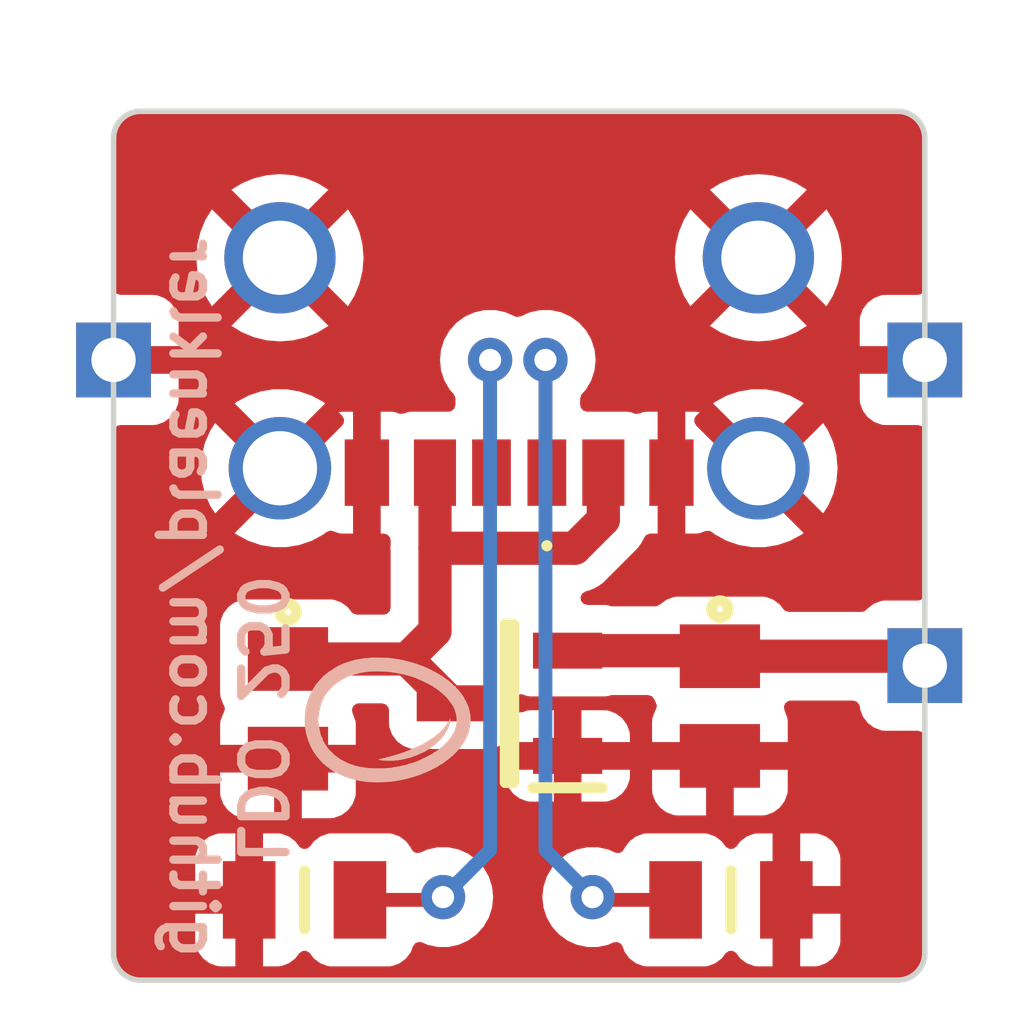
<source format=kicad_pcb>
(kicad_pcb (version 20221018) (generator pcbnew)
  (title_block (title "Egg_LDO_250") (date "2023-12-31") (rev "1.1.1") (company "github.com/plaenkler"))
  (layers (0 "F.Cu" signal) (31 "B.Cu" signal) (34 "B.Paste" user) (35 "F.Paste" user) (36 "B.SilkS" user "B.Silkscreen") (37 "F.SilkS" user "F.Silkscreen") (38 "B.Mask" user) (39 "F.Mask" user) (44 "Edge.Cuts" user))
  (net 0 "")
  (net 1 "+5V")
  (net 2 "GND")
  (net 3 "+3.3V")
  (net 4 "Net-(J3-CC1)")
  (net 5 "Net-(J3-CC2)")
  (footprint "SamacSys_Parts:RESC2012X60N" (layer "F.Cu") (at 144.805 106.74 180)
    (fp_text reference "R4" hide)
    (fp_text value "5.1k" hide)
    (fp_line (start 0 -0.525) (end 0 0.525) (stroke (width 0.2)) (layer "F.SilkS"))
    (pad "1" smd rect (at -1 0 180) (size 0.95 1.4) (layers "F.Cu" "F.Paste" "F.Mask") (net 5 "Net-(J3-CC2)"))
    (pad "2" smd rect (at 1 0 180) (size 0.95 1.4) (layers "F.Cu" "F.Paste" "F.Mask") (net 2 "GND"))
  )
  (footprint "Connector_PinSocket_2.00mm:PinSocket_1x01_P2.00mm_Vertical" (layer "F.Cu") (at 156.005 96.99)
    (fp_text reference "J2" hide)
    (fp_text value "Castellated Hole" hide)
    (pad "1" thru_hole rect (at 0 0) (size 1.35 1.35) (drill 0.8) (property pad_prop_castellated) (layers "*.Cu" "*.Mask") (net 2 "GND"))
  )
  (footprint "Connector_PinSocket_2.00mm:PinSocket_1x01_P2.00mm_Vertical" (layer "F.Cu") (at 141.355 96.99)
    (fp_text reference "J1" hide)
    (fp_text value "Castellated Hole" hide)
    (pad "1" thru_hole rect (at 0 0) (size 1.35 1.35) (drill 0.8) (property pad_prop_castellated) (layers "*.Cu" "*.Mask") (net 2 "GND"))
  )
  (footprint "Connector_PinSocket_2.00mm:PinSocket_1x01_P2.00mm_Vertical" (layer "F.Cu") (at 156.005 102.51 180)
    (fp_text reference "J4" hide)
    (fp_text value "Castellated Hole" hide)
    (pad "1" thru_hole rect (at 0 0 180) (size 1.35 1.35) (drill 0.8) (property pad_prop_castellated) (layers "*.Cu" "*.Mask") (net 3 "+3.3V"))
  )
  (footprint "SamacSys_Parts:C0805" (layer "F.Cu") (at 144.505 103.29 -90)
    (fp_text reference "C1" hide)
    (fp_text value "10 μF 10V Ceramic" hide)
    (fp_circle (center -1.75 0) (end -1.75 0.05) (stroke (width 0.2)) (fill none) (layer "F.SilkS"))
    (pad "1" smd rect (at -0.9 0 270) (size 1.15 1.45) (layers "F.Cu" "F.Paste" "F.Mask") (net 1 "+5V"))
    (pad "2" smd rect (at 0.9 0 270) (size 1.15 1.45) (layers "F.Cu" "F.Paste" "F.Mask") (net 2 "GND"))
  )
  (footprint "SamacSys_Parts:SOT95P237X112-3N" (layer "F.Cu") (at 148.505 103.19 180)
    (fp_text reference "IC1" hide)
    (fp_text value "MCP1700T-3302E_TT" hide)
    (fp_line (start -1.675 -1.525) (end -0.425 -1.525) (stroke (width 0.2)) (layer "F.SilkS"))
    (fp_line (start -0.075 -1.43) (end 0.075 -1.43) (stroke (width 0.2)) (layer "F.SilkS"))
    (fp_line (start -0.075 1.43) (end -0.075 -1.43) (stroke (width 0.2)) (layer "F.SilkS"))
    (fp_line (start 0.075 -1.43) (end 0.075 1.43) (stroke (width 0.2)) (layer "F.SilkS"))
    (fp_line (start 0.075 1.43) (end -0.075 1.43) (stroke (width 0.2)) (layer "F.SilkS"))
    (pad "1" smd rect (at -1.05 -0.95 270) (size 0.65 1.25) (layers "F.Cu" "F.Paste" "F.Mask") (net 2 "GND"))
    (pad "2" smd rect (at -1.05 0.95 270) (size 0.65 1.25) (layers "F.Cu" "F.Paste" "F.Mask") (net 3 "+3.3V"))
    (pad "3" smd rect (at 1.05 0 270) (size 0.65 1.25) (layers "F.Cu" "F.Paste" "F.Mask") (net 1 "+5V"))
  )
  (footprint "SamacSys_Parts:RESC2012X60N" (layer "F.Cu") (at 152.505 106.74)
    (fp_text reference "R3" hide)
    (fp_text value "5.1k" hide)
    (fp_line (start 0 -0.525) (end 0 0.525) (stroke (width 0.2)) (layer "F.SilkS"))
    (pad "1" smd rect (at -1 0) (size 0.95 1.4) (layers "F.Cu" "F.Paste" "F.Mask") (net 4 "Net-(J3-CC1)"))
    (pad "2" smd rect (at 1 0) (size 0.95 1.4) (layers "F.Cu" "F.Paste" "F.Mask") (net 2 "GND"))
  )
  (footprint "SamacSys_Parts:1016435900011LF" (layer "F.Cu") (at 148.68 95.995 180)
    (fp_text reference "J3" hide)
    (fp_text value "10164359-00011LF" hide)
    (fp_line (start -0.5 -4.4) (end -0.5 -4.4) (stroke (width 0.1)) (layer "F.SilkS"))
    (fp_line (start -0.5 -4.3) (end -0.5 -4.3) (stroke (width 0.1)) (layer "F.SilkS"))
    (fp_arc (start -0.5 -4.4) (mid -0.45 -4.35) (end -0.5 -4.3) (stroke (width 0.1)) (layer "F.SilkS"))
    (fp_arc (start -0.5 -4.3) (mid -0.55 -4.35) (end -0.5 -4.4) (stroke (width 0.1)) (layer "F.SilkS"))
    (pad "A5" smd rect (at -0.5 -3.03 180) (size 0.7 1.2) (layers "F.Cu" "F.Paste" "F.Mask") (net 4 "Net-(J3-CC1)"))
    (pad "A9" smd rect (at 1.52 -3.03 180) (size 0.76 1.2) (layers "F.Cu" "F.Paste" "F.Mask") (net 1 "+5V"))
    (pad "A12" smd rect (at 2.75 -3.03 180) (size 0.8 1.2) (layers "F.Cu" "F.Paste" "F.Mask") (net 2 "GND"))
    (pad "B5" smd rect (at 0.5 -3.03 180) (size 0.7 1.2) (layers "F.Cu" "F.Paste" "F.Mask") (net 5 "Net-(J3-CC2)"))
    (pad "B9" smd rect (at -1.52 -3.03 180) (size 0.76 1.2) (layers "F.Cu" "F.Paste" "F.Mask") (net 1 "+5V"))
    (pad "B12" smd rect (at -2.75 -3.03 180) (size 0.8 1.2) (layers "F.Cu" "F.Paste" "F.Mask") (net 2 "GND"))
    (pad "MH1" thru_hole circle (at -4.32 -2.95 180) (size 1.85 1.85) (drill 1.34) (layers "*.Cu" "*.Mask") (net 2 "GND"))
    (pad "MH2" thru_hole circle (at 4.32 -2.95 180) (size 1.85 1.85) (drill 1.34) (layers "*.Cu" "*.Mask") (net 2 "GND"))
    (pad "MH3" thru_hole circle (at -4.32 0.85 180) (size 2.01 2.01) (drill 1.34) (layers "*.Cu" "*.Mask") (net 2 "GND"))
    (pad "MH4" thru_hole circle (at 4.32 0.85 180) (size 2.01 2.01) (drill 1.34) (layers "*.Cu" "*.Mask") (net 2 "GND"))
  )
  (footprint "SamacSys_Parts:C0805" (layer "F.Cu") (at 152.305 103.24 -90)
    (fp_text reference "C2" hide)
    (fp_text value "10 μF 10V Ceramic" hide)
    (fp_circle (center -1.75 0) (end -1.75 0.05) (stroke (width 0.2)) (fill none) (layer "F.SilkS"))
    (pad "1" smd rect (at -0.9 0 270) (size 1.15 1.45) (layers "F.Cu" "F.Paste" "F.Mask") (net 3 "+3.3V"))
    (pad "2" smd rect (at 0.9 0 270) (size 1.15 1.45) (layers "F.Cu" "F.Paste" "F.Mask") (net 2 "GND"))
  )
  (footprint "plaenkler:egg_logo" (layer "B.Cu") (at 146.305 103.49 90)
    (fp_text reference "G1" hide)
    (fp_text value "LOGO" hide)
    (fp_poly (pts (xy 0.022246 1.131545) (xy 0.019234 1.126595) (xy 0.018821 1.126093) (xy 0.010368 1.119398) (xy 0.005833 1.119192) (xy -0.000445 1.118443) (xy -0.000988 1.117517) (xy -0.006775 1.112156) (xy -0.019904 1.102732) (xy -0.036003 1.092259) (xy -0.064316 1.073566) (xy -0.094742 1.051842) (xy -0.123424 1.029953) (xy -0.146504 1.010765) (xy -0.150353 1.007279) (xy -0.164944 0.99398) (xy -0.182112 0.978605) (xy -0.186355 0.974848) (xy -0.202256 0.959379) (xy -0.220171 0.939895) (xy -0.229593 0.928743) (xy -0.246823 0.908563) (xy -0.267281 0.886115) (xy -0.280597 0.872291) (xy -0.293379 0.858868) (xy -0.300449 0.850252) (xy -0.300424 0.848146) (xy -0.300024 0.848335) (xy -0.29662 0.849082) (xy -0.301524 0.84435) (xy -0.309837 0.835958) (xy -0.312025 0.831704) (xy -0.315176 0.825436) (xy -0.323767 0.811296) (xy -0.336506 0.791348) (xy -0.352101 0.767653) (xy -0.352963 0.766361) (xy -0.369145 0.741759) (xy -0.382983 0.72003) (xy -0.393013 0.70352) (xy -0.39777 0.694577) (xy -0.397778 0.694555) (xy -0.404084 0.6857) (xy -0.408198 0.684054) (xy -0.411957 0.680389) (xy -0.411033 0.678054) (xy -0.411972 0.672593) (xy -0.414679 0.672053) (xy -0.419091 0.669768) (xy -0.418147 0.668167) (xy -0.418612 0.661361) (xy -0.423604 0.64877) (xy -0.43096 0.634571) (xy -0.438512 0.622939) (xy -0.444096 0.61805) (xy -0.44414 0.618049) (xy -0.44785 0.613266) (xy -0.448161 0.610548) (xy -0.450667 0.602405) (xy -0.457381 0.585936) (xy -0.467252 0.5636) (xy -0.478196 0.540043) (xy -0.491476 0.511702) (xy -0.504027 0.484272) (xy -0.514229 0.461332) (xy -0.519443 0.449028) (xy -0.526854 0.433763) (xy -0.533486 0.425171) (xy -0.536339 0.424453) (xy -0.539098 0.423962) (xy -0.537893 0.42141) (xy -0.53759 0.412369) (xy -0.541304 0.398265) (xy -0.547271 0.384551) (xy -0.551922 0.37803) (xy -0.555018 0.369945) (xy -0.555053 0.369029) (xy -0.557164 0.3585) (xy -0.562447 0.342725) (xy -0.569363 0.325433) (xy -0.576368 0.310351) (xy -0.581921 0.301209) (xy -0.583586 0.300024) (xy -0.586268 0.296391) (xy -0.585541 0.294824) (xy -0.58615 0.287465) (xy -0.590139 0.271143) (xy -0.596864 0.248202) (xy -0.605679 0.220983) (xy -0.606582 0.218318) (xy -0.61917 0.18054) (xy -0.630814 0.144159) (xy -0.640889 0.111257) (xy -0.648771 0.083915) (xy -0.653836 0.064213) (xy -0.655427 0.055505) (xy -0.658388 0.048509) (xy -0.659766 0.048004) (xy -0.663201 0.043017) (xy -0.664064 0.037503) (xy -0.668506 0.003438) (xy -0.677241 -0.022588) (xy -0.677981 -0.024002) (xy -0.683472 -0.035281) (xy -0.684961 -0.04053) (xy -0.685284 -0.046794) (xy -0.687022 -0.055531) (xy -0.690011 -0.071755) (xy -0.692017 -0.087278) (xy -0.694568 -0.102467) (xy -0.697863 -0.11208) (xy -0.701369 -0.121933) (xy -0.704909 -0.137994) (xy -0.705549 -0.141811) (xy -0.708252 -0.158116) (xy -0.710522 -0.16519) (xy -0.713885 -0.165639) (xy -0.718063 -0.163186) (xy -0.722225 -0.155541) (xy -0.726864 -0.139397) (xy -0.731009 -0.118168) (xy -0.73119 -0.117009) (xy -0.733617 -0.095461) (xy -0.735557 -0.066945) (xy -0.736991 -0.033762) (xy -0.7379 0.001788) (xy -0.738264 0.037404) (xy -0.738064 0.070784) (xy -0.73728 0.099628) (xy -0.735894 0.121635) (xy -0.733885 0.134504) (xy -0.733317 0.135961) (xy -0.730541 0.150577) (xy -0.732058 0.159013) (xy -0.733727 0.172906) (xy -0.731897 0.180014) (xy -0.728608 0.190808) (xy -0.725187 0.208794) (xy -0.723359 0.222018) (xy -0.720352 0.240945) (xy -0.715066 0.26785) (xy -0.708257 0.299099) (xy -0.700933 0.330026) (xy -0.693819 0.359296) (xy -0.687789 0.385039) (xy -0.683437 0.404644) (xy -0.681362 0.415495) (xy -0.681301 0.416013) (xy -0.677615 0.427444) (xy -0.674631 0.431014) (xy -0.6697 0.439576) (xy -0.667404 0.449773) (xy -0.664543 0.462332) (xy -0.661404 0.467775) (xy -0.656543 0.476018) (xy -0.655514 0.480038) (xy -0.651802 0.493944) (xy -0.645074 0.512806) (xy -0.636568 0.533815) (xy -0.62752 0.55416) (xy -0.619167 0.57103) (xy -0.612746 0.581616) (xy -0.609888 0.583711) (xy -0.607178 0.584249) (xy -0.608709 0.587498) (xy -0.608532 0.597051) (xy -0.602706 0.606426) (xy -0.596301 0.614913) (xy -0.596193 0.618049) (xy -0.59548 0.622835) (xy -0.590151 0.635467) (xy -0.581518 0.653353) (xy -0.570892 0.673903) (xy -0.559582 0.694527) (xy -0.548899 0.712635) (xy -0.546099 0.717057) (xy -0.53334 0.737038) (xy -0.526281 0.748948) (xy -0.523912 0.754661) (xy -0.525067 0.75606) (xy -0.524604 0.759603) (xy -0.520778 0.764431) (xy -0.512257 0.770138) (xy -0.508392 0.769985) (xy -0.50511 0.771263) (xy -0.505391 0.772921) (xy -0.502981 0.780541) (xy -0.495148 0.794352) (xy -0.484014 0.81133) (xy -0.4717 0.828453) (xy -0.46033 0.842698) (xy -0.452024 0.851042) (xy -0.449829 0.852067) (xy -0.444532 0.856857) (xy -0.444035 0.860104) (xy -0.439929 0.868828) (xy -0.429608 0.881232) (xy -0.424534 0.886212) (xy -0.408806 0.901315) (xy -0.394444 0.915933) (xy -0.391893 0.918678) (xy -0.375146 0.936281) (xy -0.357608 0.953518) (xy -0.341457 0.968395) (xy -0.328873 0.97892) (xy -0.322032 0.983096) (xy -0.321599 0.983033) (xy -0.316157 0.985846) (xy -0.309107 0.994141) (xy -0.300607 1.002537) (xy -0.285429 1.014375) (xy -0.266256 1.027895) (xy -0.245775 1.04134) (xy -0.226668 1.052951) (xy -0.211622 1.060967) (xy -0.203321 1.063632) (xy -0.203098 1.063584) (xy -0.198203 1.066529) (xy -0.198016 1.068084) (xy -0.19471 1.072794) (xy -0.193515 1.072622) (xy -0.186106 1.074625) (xy -0.172766 1.08139) (xy -0.166623 1.085045) (xy -0.151864 1.092798) (xy -0.141085 1.095964) (xy -0.1388 1.095574) (xy -0.131071 1.096714) (xy -0.125955 1.101153) (xy -0.114919 1.108826) (xy -0.108774 1.110175) (xy -0.097162 1.112134) (xy -0.080144 1.116915) (xy -0.074666 1.118746) (xy -0.055092 1.124085) (xy -0.029989 1.129004) (xy -0.011661 1.131598) (xy 0.008828 1.13368) (xy 0.019454 1.133784)) (fill solid) (layer "B.SilkS"))
    (fp_poly (pts (xy 0.012958 1.500912) (xy 0.032912 1.499358) (xy 0.056114 1.497218) (xy 0.078816 1.494862) (xy 0.097268 1.492656) (xy 0.107723 1.49097) (xy 0.108008 1.490895) (xy 0.119555 1.488389) (xy 0.136782 1.485333) (xy 0.141011 1.484658) (xy 0.156858 1.48141) (xy 0.166853 1.477915) (xy 0.168013 1.477016) (xy 0.175824 1.473353) (xy 0.183014 1.472153) (xy 0.207537 1.468175) (xy 0.234995 1.460684) (xy 0.26114 1.451128) (xy 0.281722 1.440956) (xy 0.288509 1.43617) (xy 0.297781 1.431303) (xy 0.30201 1.4321) (xy 0.305589 1.431289) (xy 0.306024 1.428113) (xy 0.307973 1.422901) (xy 0.309534 1.423622) (xy 0.317153 1.424876) (xy 0.328623 1.421722) (xy 0.339272 1.416192) (xy 0.344425 1.410318) (xy 0.344093 1.4086) (xy 0.343923 1.405182) (xy 0.34801 1.407101) (xy 0.357804 1.407202) (xy 0.362439 1.402932) (xy 0.37018 1.394738) (xy 0.373466 1.39285) (xy 0.390778 1.385879) (xy 0.41473 1.372425) (xy 0.443107 1.354106) (xy 0.473692 1.332537) (xy 0.504269 1.309335) (xy 0.532621 1.286116) (xy 0.556533 1.264496) (xy 0.572376 1.2478) (xy 0.582016 1.237278) (xy 0.587538 1.233063) (xy 0.588046 1.233567) (xy 0.591741 1.233411) (xy 0.599809 1.227312) (xy 0.608148 1.217911) (xy 0.61031 1.212265) (xy 0.613754 1.206335) (xy 0.624014 1.194686) (xy 0.639006 1.179651) (xy 0.641822 1.176977) (xy 0.656802 1.162327) (xy 0.666859 1.151436) (xy 0.670212 1.146266) (xy 0.669897 1.146091) (xy 0.670911 1.142421) (xy 0.678757 1.133083) (xy 0.685126 1.126585) (xy 0.700129 1.110812) (xy 0.715129 1.093298) (xy 0.727817 1.076952) (xy 0.735879 1.064687) (xy 0.737526 1.060584) (xy 0.741758 1.053448) (xy 0.750059 1.044082) (xy 0.758947 1.032358) (xy 0.76206 1.023485) (xy 0.767054 1.014906) (xy 0.773939 1.011119) (xy 0.783084 1.0064) (xy 0.784809 1.003214) (xy 0.787074 0.996063) (xy 0.793968 0.98267) (xy 0.798422 0.975077) (xy 0.806796 0.959969) (xy 0.8113 0.949129) (xy 0.811554 0.946575) (xy 0.814492 0.942219) (xy 0.81591 0.942074) (xy 0.822446 0.937339) (xy 0.829728 0.926354) (xy 0.835241 0.913952) (xy 0.836468 0.904964) (xy 0.835826 0.903832) (xy 0.836538 0.900317) (xy 0.838615 0.900071) (xy 0.844992 0.895086) (xy 0.853944 0.882477) (xy 0.863592 0.865765) (xy 0.872054 0.848467) (xy 0.877453 0.834106) (xy 0.878 0.826335) (xy 0.878052 0.822964) (xy 0.880343 0.823999) (xy 0.884839 0.820229) (xy 0.89299 0.807264) (xy 0.903915 0.787016) (xy 0.916731 0.761399) (xy 0.930555 0.732325) (xy 0.944505 0.70171) (xy 0.957698 0.671465) (xy 0.969252 0.643505) (xy 0.978283 0.619742) (xy 0.983909 0.602091) (xy 0.98503 0.597047) (xy 0.988246 0.585788) (xy 0.990527 0.582046) (xy 0.993536 0.575643) (xy 0.999252 0.560631) (xy 1.006704 0.539823) (xy 1.014926 0.516035) (xy 1.022948 0.492081) (xy 1.029802 0.470777) (xy 1.03452 0.454936) (xy 1.035333 0.451836) (xy 1.037804 0.442205) (xy 1.042671 0.423497) (xy 1.049274 0.39824) (xy 1.056953 0.368961) (xy 1.058512 0.363029) (xy 1.066488 0.332093) (xy 1.073573 0.303521) (xy 1.079058 0.280257) (xy 1.08223 0.265244) (xy 1.082441 0.264021) (xy 1.085739 0.244838) (xy 1.088878 0.228089) (xy 1.088892 0.228018) (xy 1.097109 0.185879) (xy 1.102883 0.152885) (xy 1.10665 0.12653) (xy 1.106713 0.12601) (xy 1.109582 0.102594) (xy 1.112514 0.079123) (xy 1.113037 0.075006) (xy 1.115862 0.052828) (xy 1.118951 0.028576) (xy 1.119534 0.024002) (xy 1.120927 0.007954) (xy 1.122215 -0.016384) (xy 1.123374 -0.047177) (xy 1.12438 -0.08259) (xy 1.125209 -0.120788) (xy 1.125836 -0.159937) (xy 1.126237 -0.198202) (xy 1.126389 -0.233749) (xy 1.126267 -0.264742) (xy 1.125847 -0.289347) (xy 1.125105 -0.30573) (xy 1.124018 -0.312055) (xy 1.123946 -0.312075) (xy 1.12163 -0.317633) (xy 1.119704 -0.33239) (xy 1.118488 -0.353543) (xy 1.118294 -0.361579) (xy 1.116718 -0.391424) (xy 1.113245 -0.426513) (xy 1.108547 -0.460365) (xy 1.107231 -0.468037) (xy 1.102352 -0.495503) (xy 1.09796 -0.520894) (xy 1.094736 -0.540253) (xy 1.093833 -0.546043) (xy 1.090417 -0.563784) (xy 1.084796 -0.587515) (xy 1.077675 -0.614788) (xy 1.069763 -0.643158) (xy 1.061765 -0.670176) (xy 1.05439 -0.693398) (xy 1.048345 -0.710375) (xy 1.044336 -0.718663) (xy 1.043822 -0.719069) (xy 1.040486 -0.72463) (xy 1.041129 -0.726133) (xy 1.040828 -0.734104) (xy 1.036726 -0.74922) (xy 1.032253 -0.761623) (xy 1.026411 -0.778299) (xy 1.023922 -0.789394) (xy 1.024668 -0.792154) (xy 1.025153 -0.794835) (xy 1.02308 -0.796654) (xy 1.014276 -0.806563) (xy 1.007271 -0.819799) (xy 1.004501 -0.83122) (xy 1.00523 -0.834309) (xy 1.004861 -0.839675) (xy 1.00302 -0.840066) (xy 0.997385 -0.84514) (xy 0.9912 -0.857556) (xy 0.990469 -0.859567) (xy 0.983127 -0.876688) (xy 0.971356 -0.899883) (xy 0.956873 -0.926186) (xy 0.941398 -0.952635) (xy 0.926648 -0.976263) (xy 0.914341 -0.994106) (xy 0.90827 -1.001397) (xy 0.89848 -1.013538) (xy 0.894088 -1.02347) (xy 0.89407 -1.023899) (xy 0.890349 -1.031341) (xy 0.887716 -1.032081) (xy 0.884144 -1.035763) (xy 0.885096 -1.038124) (xy 0.883867 -1.045036) (xy 0.879828 -1.047621) (xy 0.873559 -1.054632) (xy 0.873881 -1.059038) (xy 0.871517 -1.066908) (xy 0.864415 -1.070974) (xy 0.855696 -1.075826) (xy 0.854736 -1.07955) (xy 0.852354 -1.085852) (xy 0.843439 -1.098227) (xy 0.829835 -1.114155) (xy 0.827821 -1.116351) (xy 0.813344 -1.132468) (xy 0.802758 -1.145114) (xy 0.798121 -1.151816) (xy 0.798063 -1.152104) (xy 0.794002 -1.159255) (xy 0.783937 -1.169926) (xy 0.771037 -1.181395) (xy 0.758476 -1.190941) (xy 0.749425 -1.195845) (xy 0.747219 -1.195716) (xy 0.7448 -1.19525) (xy 0.746035 -1.197922) (xy 0.743839 -1.205127) (xy 0.733858 -1.216842) (xy 0.721495 -1.227914) (xy 0.699311 -1.245993) (xy 0.684234 -1.258327) (xy 0.67406 -1.266742) (xy 0.666585 -1.273064) (xy 0.659605 -1.27912) (xy 0.658046 -1.280484) (xy 0.644555 -1.291093) (xy 0.625736 -1.304347) (xy 0.603958 -1.318765) (xy 0.581595 -1.332868) (xy 0.561016 -1.345175) (xy 0.544592 -1.354205) (xy 0.534696 -1.358477) (xy 0.533083 -1.358514) (xy 0.528378 -1.35991) (xy 0.528041 -1.362107) (xy 0.524386 -1.36602) (xy 0.522041 -1.365107) (xy 0.516485 -1.364971) (xy 0.51604 -1.36669) (xy 0.510981 -1.371751) (xy 0.49774 -1.37996) (xy 0.479225 -1.389874) (xy 0.458341 -1.40005) (xy 0.437996 -1.409044) (xy 0.421097 -1.415415) (xy 0.414032 -1.417336) (xy 0.404127 -1.421064) (xy 0.402031 -1.422761) (xy 0.394721 -1.426564) (xy 0.378636 -1.432575) (xy 0.356606 -1.439933) (xy 0.331457 -1.447773) (xy 0.306018 -1.455232) (xy 0.283116 -1.461448) (xy 0.265578 -1.465558) (xy 0.25802 -1.466718) (xy 0.245041 -1.470166) (xy 0.241937 -1.471803) (xy 0.227706 -1.477074) (xy 0.203406 -1.481931) (xy 0.170968 -1.48626) (xy 0.13232 -1.489946) (xy 0.089392 -1.492874) (xy 0.044113 -1.49493) (xy -0.001587 -1.496001) (xy -0.04578 -1.495971) (xy -0.086536 -1.494727) (xy -0.114009 -1.4929) (xy -0.139782 -1.490351) (xy -0.161587 -1.487622) (xy -0.176252 -1.485139) (xy -0.180014 -1.48408) (xy -0.191032 -1.481306) (xy -0.194373 -1.48145) (xy -0.206585 -1.481064) (xy -0.227953 -1.477108) (xy -0.256385 -1.470189) (xy -0.289788 -1.460918) (xy -0.326069 -1.449902) (xy -0.363135 -1.437751) (xy -0.398894 -1.425075) (xy -0.43097 -1.412597) (xy -0.458803 -1.400293) (xy -0.489275 -1.385413) (xy -0.520672 -1.368961) (xy -0.551278 -1.351944) (xy -0.579378 -1.335368) (xy -0.603258 -1.320239) (xy -0.621202 -1.307563) (xy -0.631495 -1.298346) (xy -0.633024 -1.294075) (xy -0.633101 -1.292399) (xy -0.633873 -1.292924) (xy -0.641669 -1.291555) (xy -0.656344 -1.282183) (xy -0.676692 -1.265678) (xy -0.695535 -1.248588) (xy -0.710091 -1.235512) (xy -0.721272 -1.226627) (xy -0.725869 -1.224096) (xy -0.733247 -1.22009) (xy -0.741552 -1.211185) (xy -0.746972 -1.202054) (xy -0.747072 -1.198107) (xy -0.74725 -1.196569) (xy -0.748194 -1.197229) (xy -0.753928 -1.194901) (xy -0.764967 -1.186495) (xy -0.778403 -1.174684) (xy -0.791328 -1.16214) (xy -0.800835 -1.151537) (xy -0.804064 -1.14588) (xy -0.807824 -1.139895) (xy -0.817664 -1.127841) (xy -0.830889 -1.11295) (xy -0.844153 -1.097871) (xy -0.851038 -1.089085) (xy -0.50404 -1.089085) (xy -0.50104 -1.092086) (xy -0.498039 -1.089085) (xy -0.50104 -1.086085) (xy -0.50404 -1.089085) (xy -0.851038 -1.089085) (xy -0.853007 -1.086572) (xy -0.855527 -1.081545) (xy -0.857569 -1.076164) (xy -0.865496 -1.066073) (xy -0.866205 -1.065291) (xy -0.882179 -1.047178) (xy -0.890961 -1.035355) (xy -0.894016 -1.027802) (xy -0.894071 -1.026834) (xy -0.898346 -1.019456) (xy -0.899122 -1.01908) (xy -0.906035 -1.012228) (xy -0.916715 -0.996698) (xy -0.93015 -0.974454) (xy -0.94533 -0.94746) (xy -0.961244 -0.917682) (xy -0.976882 -0.887082) (xy -0.991232 -0.857626) (xy -1.003286 -0.831278) (xy -1.012031 -0.810002) (xy -1.016457 -0.795763) (xy -1.016448 -0.791038) (xy -1.017801 -0.786342) (xy -1.019726 -0.786062) (xy -1.025151 -0.782856) (xy -1.025154 -0.781561) (xy -1.026814 -0.773707) (xy -1.032087 -0.759547) (xy -1.034346 -0.754295) (xy -1.039891 -0.738785) (xy -1.041458 -0.727678) (xy -1.040919 -0.725793) (xy -1.041192 -0.720437) (xy -1.042949 -0.720056) (xy -1.047162 -0.714856) (xy -1.053 -0.701696) (xy -1.059093 -0.684239) (xy -1.064074 -0.666148) (xy -1.065357 -0.660052) (xy -1.067868 -0.649804) (xy -1.072464 -0.633031) (xy -1.077734 -0.61468) (xy -1.082267 -0.599699) (xy -1.084175 -0.594047) (xy -1.087828 -0.580774) (xy -1.089487 -0.571386) (xy -1.091686 -0.557614) (xy -1.09526 -0.537786) (xy -1.097444 -0.526382) (xy -1.109912 -0.454465) (xy -1.118827 -0.382825) (xy -1.124485 -0.30805) (xy -1.127182 -0.22673) (xy -1.127513 -0.180571) (xy -1.126752 -0.141355) (xy -0.87395 -0.141355) (xy -0.873739 -0.179232) (xy -0.873318 -0.217985) (xy -0.872704 -0.255762) (xy -0.871916 -0.29071) (xy -0.870975 -0.320975) (xy -0.869899 -0.344704) (xy -0.868707 -0.360043) (xy -0.867725 -0.364966) (xy -0.864829 -0.374573) (xy -0.862031 -0.391759) (xy -0.860565 -0.405703) (xy -0.858031 -0.426375) (xy -0.854518 -0.443266) (xy -0.852137 -0.449906) (xy -0.849021 -0.460093) (xy -0.85002 -0.463989) (xy -0.850871 -0.471668) (xy -0.848856 -0.478279) (xy -0.845405 -0.48958) (xy -0.845242 -0.493922) (xy -0.844469 -0.502312) (xy -0.841232 -0.517453) (xy -0.839668 -0.523519) (xy -0.835025 -0.54221) (xy -0.831785 -0.557841) (xy -0.831349 -0.560639) (xy -0.827851 -0.575451) (xy -0.822831 -0.59005) (xy -0.818976 -0.603764) (xy -0.819376 -0.612551) (xy -0.819011 -0.617733) (xy -0.817425 -0.618048) (xy -0.81257 -0.62316) (xy -0.807086 -0.63535) (xy -0.802554 -0.649899) (xy -0.800552 -0.662089) (xy -0.801255 -0.666362) (xy -0.799557 -0.673181) (xy -0.794997 -0.678108) (xy -0.787433 -0.687832) (xy -0.786062 -0.692867) (xy -0.783608 -0.703131) (xy -0.777703 -0.717548) (xy -0.777662 -0.717634) (xy -0.770395 -0.73285) (xy -0.760621 -0.753495) (xy -0.753763 -0.76806) (xy -0.743134 -0.789431) (xy -0.732356 -0.809132) (xy -0.726502 -0.81869) (xy -0.719444 -0.831663) (xy -0.717478 -0.840487) (xy -0.717752 -0.841192) (xy -0.716107 -0.845654) (xy -0.713411 -0.846066) (xy -0.708854 -0.84822) (xy -0.709695 -0.849705) (xy -0.708769 -0.856133) (xy -0.701819 -0.865704) (xy -0.691392 -0.878273) (xy -0.678647 -0.895419) (xy -0.673678 -0.902568) (xy -0.661534 -0.919698) (xy -0.650314 -0.934297) (xy -0.646759 -0.938482) (xy -0.640097 -0.948806) (xy -0.639612 -0.954984) (xy -0.637977 -0.959945) (xy -0.634904 -0.960722) (xy -0.627766 -0.965172) (xy -0.614713 -0.976673) (xy -0.597813 -0.993315) (xy -0.584592 -1.007226) (xy -0.566418 -1.026581) (xy -0.550982 -1.042517) (xy -0.540258 -1.053023) (xy -0.536588 -1.056083) (xy -0.532456 -1.062722) (xy -0.532691 -1.064029) (xy -0.530728 -1.066529) (xy -0.529122 -1.065751) (xy -0.522085 -1.067574) (xy -0.509941 -1.075806) (xy -0.502132 -1.082468) (xy -0.489065 -1.093378) (xy -0.479783 -1.099178) (xy -0.47734 -1.099389) (xy -0.47308 -1.101351) (xy -0.47055 -1.106194) (xy -0.464888 -1.112914) (xy -0.461366 -1.112673) (xy -0.455021 -1.114308) (xy -0.452365 -1.118673) (xy -0.44689 -1.125168) (xy -0.443775 -1.124928) (xy -0.437218 -1.126782) (xy -0.432586 -1.132463) (xy -0.427643 -1.138949) (xy -0.426216 -1.138205) (xy -0.421823 -1.137551) (xy -0.411316 -1.141895) (xy -0.398272 -1.149158) (xy -0.386272 -1.157264) (xy -0.378892 -1.164132) (xy -0.37803 -1.166196) (xy -0.3754 -1.169188) (xy -0.374268 -1.16833) (xy -0.366804 -1.167918) (xy -0.353337 -1.171785) (xy -0.350755 -1.172819) (xy -0.336815 -1.177399) (xy -0.328137 -1.177966) (xy -0.327515 -1.177582) (xy -0.324292 -1.178683) (xy -0.324026 -1.181093) (xy -0.320486 -1.187704) (xy -0.318758 -1.188093) (xy -0.310352 -1.190293) (xy -0.295719 -1.195792) (xy -0.290256 -1.19808) (xy -0.273478 -1.204708) (xy -0.260352 -1.2089) (xy -0.258021 -1.20938) (xy -0.248346 -1.211362) (xy -0.230321 -1.215515) (xy -0.207233 -1.221073) (xy -0.198016 -1.223345) (xy -0.166601 -1.230094) (xy -0.131867 -1.235963) (xy -0.100965 -1.239756) (xy -0.099008 -1.239923) (xy -0.075005 -1.242221) (xy -0.0548 -1.24476) (xy -0.04209 -1.247063) (xy -0.040714 -1.247473) (xy -0.028349 -1.249711) (xy -0.009848 -1.250841) (xy 0.010785 -1.250905) (xy 0.02955 -1.249941) (xy 0.042443 -1.247992) (xy 0.045506 -1.246595) (xy 0.053863 -1.243788) (xy 0.06931 -1.242218) (xy 0.07522 -1.242098) (xy 0.093943 -1.241037) (xy 0.118198 -1.238219) (xy 0.144881 -1.234186) (xy 0.170892 -1.229482) (xy 0.193129 -1.22465) (xy 0.208489 -1.220235) (xy 0.213236 -1.217913) (xy 0.221095 -1.214528) (xy 0.223237 -1.215315) (xy 0.230345 -1.215457) (xy 0.24321 -1.211495) (xy 0.243687 -1.211301) (xy 0.258306 -1.206583) (xy 0.268521 -1.205395) (xy 0.27544 -1.203459) (xy 0.276021 -1.201634) (xy 0.281081 -1.197213) (xy 0.288197 -1.19573) (xy 0.300072 -1.192804) (xy 0.31824 -1.186177) (xy 0.333839 -1.179492) (xy 0.352295 -1.171916) (xy 0.36653 -1.167668) (xy 0.372667 -1.167486) (xy 0.377726 -1.166441) (xy 0.37803 -1.164567) (xy 0.382914 -1.158318) (xy 0.39524 -1.14981) (xy 0.402031 -1.14609) (xy 0.416268 -1.139665) (xy 0.424871 -1.137397) (xy 0.426033 -1.138114) (xy 0.428993 -1.137386) (xy 0.434843 -1.130736) (xy 0.441486 -1.123457) (xy 0.443844 -1.123302) (xy 0.447752 -1.122512) (xy 0.457192 -1.115254) (xy 0.459976 -1.112741) (xy 0.470906 -1.103625) (xy 0.477551 -1.099967) (xy 0.478073 -1.100122) (xy 0.483652 -1.097723) (xy 0.49602 -1.088185) (xy 0.513611 -1.072986) (xy 0.534862 -1.053602) (xy 0.558207 -1.031512) (xy 0.582081 -1.008191) (xy 0.604919 -0.985118) (xy 0.625156 -0.96377) (xy 0.639151 -0.948074) (xy 0.65527 -0.928054) (xy 0.668482 -0.909489) (xy 0.677114 -0.894918) (xy 0.679509 -0.886935) (xy 0.683369 -0.882088) (xy 0.690263 -0.879003) (xy 0.69858 -0.874073) (xy 0.699224 -0.870342) (xy 0.700273 -0.862591) (xy 0.706823 -0.851272) (xy 0.716071 -0.837434) (xy 0.726199 -0.820125) (xy 0.735707 -0.80226) (xy 0.743098 -0.786754) (xy 0.746871 -0.776523) (xy 0.746515 -0.774061) (xy 0.747317 -0.770767) (xy 0.755191 -0.762814) (xy 0.755535 -0.762514) (xy 0.764939 -0.753208) (xy 0.768454 -0.747513) (xy 0.769624 -0.729373) (xy 0.777275 -0.717699) (xy 0.784574 -0.709016) (xy 0.786276 -0.70527) (xy 0.78712 -0.688293) (xy 0.793495 -0.677052) (xy 0.793562 -0.676982) (xy 0.800136 -0.66714) (xy 0.801248 -0.663052) (xy 0.803085 -0.650078) (xy 0.806993 -0.635181) (xy 0.811541 -0.622969) (xy 0.815232 -0.618048) (xy 0.818782 -0.612878) (xy 0.820744 -0.602375) (xy 0.823081 -0.587856) (xy 0.8277 -0.567306) (xy 0.831484 -0.552871) (xy 0.836717 -0.533237) (xy 0.840386 -0.517806) (xy 0.841496 -0.51154) (xy 0.844268 -0.504545) (xy 0.845566 -0.504039) (xy 0.848255 -0.498847) (xy 0.849528 -0.487538) (xy 0.85128 -0.46884) (xy 0.854041 -0.453035) (xy 0.857203 -0.435992) (xy 0.860436 -0.414079) (xy 0.861559 -0.405032) (xy 0.8647 -0.379634) (xy 0.868375 -0.352292) (xy 0.869528 -0.34423) (xy 0.872022 -0.319206) (xy 0.873811 -0.284796) (xy 0.874895 -0.243594) (xy 0.875274 -0.198194) (xy 0.874949 -0.151189) (xy 0.873919 -0.105175) (xy 0.872184 -0.062746) (xy 0.869745 -0.026494) (xy 0.869525 -0.024002) (xy 0.866801 0.006705) (xy 0.864482 0.033707) (xy 0.862783 0.054442) (xy 0.861919 0.066344) (xy 0.861863 0.067506) (xy 0.859149 0.076425) (xy 0.856427 0.078006) (xy 0.853995 0.081731) (xy 0.854935 0.083793) (xy 0.855359 0.091563) (xy 0.853974 0.107978) (xy 0.851247 0.129896) (xy 0.847643 0.154178) (xy 0.843631 0.177685) (xy 0.839676 0.197278) (xy 0.836246 0.209815) (xy 0.836169 0.210017) (xy 0.832922 0.222433) (xy 0.830557 0.237019) (xy 0.828684 0.250688) (xy 0.825955 0.264968) (xy 0.82142 0.28462) (xy 0.819505 0.292523) (xy 0.816728 0.302853) (xy 0.811528 0.32135) (xy 0.804851 0.344662) (xy 0.80214 0.354028) (xy 0.794736 0.380047) (xy 0.788106 0.404249) (xy 0.783397 0.422417) (xy 0.782537 0.426034) (xy 0.778929 0.441686) (xy 0.776248 0.451291) (xy 0.77262 0.46047) (xy 0.766564 0.473978) (xy 0.761146 0.488579) (xy 0.759604 0.498371) (xy 0.75995 0.49948) (xy 0.75818 0.503708) (xy 0.755771 0.50404) (xy 0.751457 0.50839) (xy 0.752229 0.513041) (xy 0.752741 0.520787) (xy 0.750686 0.522041) (xy 0.745981 0.527184) (xy 0.739442 0.540329) (xy 0.735434 0.550544) (xy 0.729065 0.566319) (xy 0.718985 0.589031) (xy 0.706144 0.616747) (xy 0.691493 0.647531) (xy 0.675982 0.679452) (xy 0.660563 0.710574) (xy 0.646186 0.738964) (xy 0.633802 0.76269) (xy 0.624361 0.779815) (xy 0.618814 0.788409) (xy 0.618218 0.788958) (xy 0.61452 0.795063) (xy 0.618048 0.795063) (xy 0.621049 0.792063) (xy 0.624049 0.795063) (xy 0.621049 0.798063) (xy 0.618048 0.795063) (xy 0.61452 0.795063) (xy 0.613032 0.797519) (xy 0.612048 0.804418) (xy 0.609807 0.813979) (xy 0.606845 0.816065) (xy 0.600759 0.820652) (xy 0.591173 0.832308) (xy 0.585758 0.840066) (xy 0.577097 0.853937) (xy 0.572681 0.862606) (xy 0.572673 0.864068) (xy 0.570949 0.867883) (xy 0.563147 0.877324) (xy 0.560698 0.88001) (xy 0.551597 0.890955) (xy 0.547978 0.897639) (xy 0.548144 0.898172) (xy 0.545666 0.903386) (xy 0.536965 0.914593) (xy 0.527202 0.925731) (xy 0.514626 0.940118) (xy 0.506214 0.950947) (xy 0.504039 0.954973) (xy 0.500227 0.961243) (xy 0.490565 0.972676) (xy 0.484538 0.979126) (xy 0.471118 0.993127) (xy 0.452853 1.012267) (xy 0.433151 1.032974) (xy 0.428159 1.03823) (xy 0.410593 1.056397) (xy 0.395353 1.071543) (xy 0.384882 1.081265) (xy 0.382591 1.083086) (xy 0.370063 1.092013) (xy 0.351793 1.105367) (xy 0.330324 1.12125) (xy 0.308198 1.137762) (xy 0.287957 1.153008) (xy 0.272145 1.165088) (xy 0.263302 1.172104) (xy 0.26302 1.172347) (xy 0.253805 1.177883) (xy 0.249519 1.177593) (xy 0.246211 1.178498) (xy 0.246019 1.180343) (xy 0.240842 1.18583) (xy 0.228741 1.190049) (xy 0.21317 1.195208) (xy 0.203239 1.2013) (xy 0.191523 1.208714) (xy 0.186014 1.210352) (xy 0.176449 1.212594) (xy 0.158636 1.217502) (xy 0.135788 1.224178) (xy 0.12601 1.227126) (xy 0.101878 1.233829) (xy 0.081238 1.238405) (xy 0.067387 1.240165) (xy 0.064505 1.239932) (xy 0.055748 1.239821) (xy 0.054004 1.241999) (xy 0.048465 1.243921) (xy 0.033654 1.245008) (xy 0.01228 1.245112) (xy 0.0015 1.24481) (xy -0.024151 1.243865) (xy -0.046619 1.243064) (xy -0.06213 1.242542) (xy -0.065107 1.242453) (xy -0.079092 1.240473) (xy -0.085918 1.237917) (xy -0.096807 1.234262) (xy -0.107819 1.232619) (xy -0.121771 1.229973) (xy -0.141768 1.224364) (xy -0.157009 1.219278) (xy -0.175555 1.213356) (xy -0.189272 1.210328) (xy -0.194512 1.210592) (xy -0.19784 1.209733) (xy -0.198016 1.208007) (xy -0.203038 1.202215) (xy -0.215758 1.194528) (xy -0.223518 1.19088) (xy -0.241053 1.182549) (xy -0.254837 1.174721) (xy -0.258021 1.172439) (xy -0.270036 1.165059) (xy -0.275522 1.163064) (xy -0.287184 1.157701) (xy -0.293523 1.15323) (xy -0.303053 1.145673) (xy -0.318693 1.133588) (xy -0.336027 1.120375) (xy -0.352991 1.107418) (xy -0.36593 1.097329) (xy -0.372083 1.092262) (xy -0.372112 1.092234) (xy -0.377417 1.087076) (xy -0.389582 1.075361) (xy -0.406799 1.058828) (xy -0.427258 1.039216) (xy -0.447425 1.019704) (xy -0.463998 1.0033) (xy -0.47528 0.991711) (xy -0.479571 0.986643) (xy -0.479573 0.986626) (xy -0.483413 0.979943) (xy -0.492932 0.967249) (xy -0.505902 0.951189) (xy -0.520092 0.934408) (xy -0.533275 0.919548) (xy -0.54322 0.909255) (xy -0.547474 0.906072) (xy -0.550337 0.902491) (xy -0.549705 0.901141) (xy -0.551115 0.893749) (xy -0.556851 0.886563) (xy -0.572558 0.870427) (xy -0.578481 0.860977) (xy -0.575135 0.858068) (xy -0.573484 0.855206) (xy -0.579399 0.849258) (xy -0.586265 0.84265) (xy -0.58567 0.840257) (xy -0.585806 0.836691) (xy -0.593152 0.828187) (xy -0.594862 0.826565) (xy -0.60477 0.816543) (xy -0.609291 0.810312) (xy -0.60932 0.810064) (xy -0.612028 0.803739) (xy -0.619246 0.789982) (xy -0.629432 0.771726) (xy -0.629812 0.771061) (xy -0.640073 0.752213) (xy -0.653818 0.725681) (xy -0.669432 0.694643) (xy -0.685299 0.662279) (xy -0.689261 0.654052) (xy -0.703079 0.625507) (xy -0.715207 0.600959) (xy -0.724653 0.582381) (xy -0.730421 0.571743) (xy -0.731583 0.570045) (xy -0.735309 0.561938) (xy -0.735393 0.561044) (xy -0.737854 0.547293) (xy -0.742672 0.53327) (xy -0.748017 0.523698) (xy -0.750521 0.522041) (xy -0.7534 0.517678) (xy -0.752526 0.513814) (xy -0.75374 0.503371) (xy -0.758429 0.496527) (xy -0.764568 0.488249) (xy -0.764788 0.484766) (xy -0.765294 0.478219) (xy -0.769081 0.463329) (xy -0.775375 0.443049) (xy -0.776897 0.438517) (xy -0.783907 0.417255) (xy -0.788988 0.400586) (xy -0.791213 0.391587) (xy -0.791237 0.391) (xy -0.79262 0.381274) (xy -0.796881 0.369427) (xy -0.80177 0.361112) (xy -0.803563 0.360029) (xy -0.806935 0.354924) (xy -0.808104 0.346528) (xy -0.809694 0.334824) (xy -0.813571 0.314974) (xy -0.819033 0.290454) (xy -0.821771 0.279022) (xy -0.827961 0.253745) (xy -0.833322 0.231849) (xy -0.837026 0.216713) (xy -0.83793 0.213017) (xy -0.840522 0.198667) (xy -0.842731 0.180587) (xy -0.842784 0.180014) (xy -0.845302 0.162598) (xy -0.84877 0.149167) (xy -0.848953 0.14871) (xy -0.851248 0.135918) (xy -0.850444 0.130708) (xy -0.850677 0.119347) (xy -0.85329 0.112134) (xy -0.857675 0.097973) (xy -0.859387 0.083838) (xy -0.860784 0.07221) (xy -0.863454 0.068597) (xy -0.863475 0.06861) (xy -0.865101 0.064115) (xy -0.866343 0.050233) (xy -0.867008 0.029578) (xy -0.867069 0.02041) (xy -0.867519 -0.002488) (xy -0.86872 -0.01995) (xy -0.870447 -0.029203) (xy -0.871168 -0.029992) (xy -0.8723 -0.035684) (xy -0.873124 -0.05152) (xy -0.873662 -0.075646) (xy -0.87393 -0.106209) (xy -0.87395 -0.141355) (xy -1.126752 -0.141355) (xy -1.125437 -0.073533) (xy -1.119039 0.026006) (xy -1.10794 0.121882) (xy -1.091764 0.217933) (xy -1.084891 0.25202) (xy -1.080785 0.271775) (xy -1.077609 0.287355) (xy -1.076454 0.293249) (xy -1.071501 0.316376) (xy -1.064086 0.346274) (xy -1.054788 0.381024) (xy -1.044186 0.418706) (xy -1.032858 0.457398) (xy -1.021382 0.495181) (xy -1.010338 0.530134) (xy -1.000303 0.560338) (xy -0.991856 0.583873) (xy -0.985577 0.598817) (xy -0.983196 0.602748) (xy -0.978656 0.613363) (xy -0.978077 0.618749) (xy -0.974892 0.628719) (xy -0.971699 0.631176) (xy -0.966172 0.638103) (xy -0.963484 0.648177) (xy -0.960261 0.662492) (xy -0.954442 0.679955) (xy -0.947537 0.696846) (xy -0.94106 0.709447) (xy -0.936699 0.714056) (xy -0.932984 0.719102) (xy -0.93174 0.725841) (xy -0.928377 0.736602) (xy -0.919435 0.756891) (xy -0.905341 0.785846) (xy -0.886521 0.822607) (xy -0.863405 0.866312) (xy -0.846154 0.898264) (xy -0.835471 0.916045) (xy -0.826259 0.928077) (xy -0.820373 0.931971) (xy -0.820068 0.93184) (xy -0.816975 0.932089) (xy -0.818075 0.934473) (xy -0.816585 0.941798) (xy -0.809568 0.956233) (xy -0.798617 0.975227) (xy -0.785323 0.99623) (xy -0.771278 1.01669) (xy -0.758076 1.034056) (xy -0.750598 1.042582) (xy -0.743008 1.051842) (xy -0.742017 1.056233) (xy -0.742325 1.056283) (xy -0.741812 1.059626) (xy -0.733975 1.067403) (xy -0.733813 1.067539) (xy -0.725123 1.076177) (xy -0.723077 1.081106) (xy -0.720593 1.086378) (xy -0.711675 1.097821) (xy -0.698239 1.112982) (xy -0.697894 1.113353) (xy -0.684019 1.128708) (xy -0.674192 1.140459) (xy -0.670525 1.146078) (xy -0.670526 1.146091) (xy -0.666519 1.147768) (xy -0.665007 1.147442) (xy -0.661764 1.149446) (xy -0.662633 1.151413) (xy -0.660043 1.157671) (xy -0.650317 1.170135) (xy -0.635266 1.187007) (xy -0.619936 1.203095) (xy -0.618049 1.203095) (xy -0.615049 1.200095) (xy -0.612048 1.203095) (xy -0.615049 1.206095) (xy -0.618049 1.203095) (xy -0.619936 1.203095) (xy -0.616698 1.206493) (xy -0.596422 1.226796) (xy -0.576248 1.24612) (xy -0.557985 1.26267) (xy -0.543442 1.274648) (xy -0.534429 1.280259) (xy -0.532776 1.280318) (xy -0.529035 1.279947) (xy -0.530495 1.283217) (xy -0.529753 1.290877) (xy -0.525514 1.293751) (xy -0.515782 1.299752) (xy -0.50164 1.310929) (xy -0.4942 1.317489) (xy -0.48062 1.328507) (xy -0.470291 1.334341) (xy -0.467106 1.33453) (xy -0.46226 1.335465) (xy -0.462037 1.336954) (xy -0.457005 1.343647) (xy -0.443035 1.354719) (xy -0.42181 1.368971) (xy -0.395017 1.385201) (xy -0.391358 1.38731) (xy -0.367119 1.401111) (xy 0.354028 1.401111) (xy 0.357028 1.39811) (xy 0.360028 1.401111) (xy 0.357028 1.404111) (xy 0.354028 1.401111) (xy -0.367119 1.401111) (xy -0.362172 1.403928) (xy -0.34138 1.415419) (xy -0.327048 1.422765) (xy -0.31724 1.426949) (xy -0.310021 1.428954) (xy -0.309025 1.429131) (xy -0.295501 1.433925) (xy -0.29007 1.437638) (xy -0.280546 1.443083) (xy -0.263295 1.450154) (xy -0.241597 1.457803) (xy -0.218734 1.464986) (xy -0.197986 1.470657) (xy -0.182634 1.473772) (xy -0.1766 1.473788) (xy -0.168446 1.474017) (xy -0.166901 1.475902) (xy -0.160322 1.479949) (xy -0.146222 1.483791) (xy -0.141011 1.484706) (xy -0.123344 1.48769) (xy -0.109894 1.490416) (xy -0.108009 1.490895) (xy -0.09814 1.492539) (xy -0.080054 1.494724) (xy -0.057498 1.497082) (xy -0.034222 1.499245) (xy -0.013973 1.500844) (xy -0.000501 1.50151) (xy 0 1.501512)) (fill solid) (layer "B.SilkS"))
  )
  (gr_line (start 156.005 92.99) (end 156.005 107.7) (stroke (width 0.1)) (layer "Edge.Cuts"))
  (gr_arc (start 141.355 92.99) (mid 141.498518 92.643518) (end 141.845 92.5) (stroke (width 0.1)) (layer "Edge.Cuts"))
  (gr_line (start 141.845 92.5) (end 155.515 92.5) (stroke (width 0.1)) (layer "Edge.Cuts"))
  (gr_line (start 141.355 107.7) (end 141.355 92.99) (stroke (width 0.1)) (layer "Edge.Cuts"))
  (gr_arc (start 141.845 108.19) (mid 141.498518 108.046482) (end 141.355 107.7) (stroke (width 0.1)) (layer "Edge.Cuts"))
  (gr_arc (start 156.005 107.7) (mid 155.861482 108.046482) (end 155.515 108.19) (stroke (width 0.1)) (layer "Edge.Cuts"))
  (gr_line (start 155.515 108.19) (end 141.845 108.19) (stroke (width 0.1)) (layer "Edge.Cuts"))
  (gr_arc (start 155.515 92.5) (mid 155.861482 92.643518) (end 156.005 92.99) (stroke (width 0.1)) (layer "Edge.Cuts"))
  (gr_text "LDO 250\n" (at 143.555 106.165 -90) (layer "B.SilkS") (effects (font (size 0.8 0.8)) (justify left bottom mirror)))
  (gr_text "github.com/plaenkler" (at 142.33 107.865 -90) (layer "B.SilkS") (effects (font (size 0.8 0.8)) (justify left bottom mirror)))
  (segment (start 147.16 100.39) (end 149.685 100.39) (width 0.6) (layer "F.Cu") (net 1))
  (segment (start 146.655 102.39) (end 147.455 103.19) (width 0.6) (layer "F.Cu") (net 1))
  (segment (start 150.2 99.875) (end 150.2 99.025) (width 0.6) (layer "F.Cu") (net 1))
  (segment (start 149.685 100.39) (end 150.2 99.875) (width 0.6) (layer "F.Cu") (net 1))
  (segment (start 147.16 100.39) (end 147.16 99.025) (width 0.6) (layer "F.Cu") (net 1))
  (segment (start 146.655 102.39) (end 147.16 101.885) (width 0.6) (layer "F.Cu") (net 1))
  (segment (start 146.655 102.39) (end 144.505 102.39) (width 0.6) (layer "F.Cu") (net 1))
  (segment (start 147.16 101.885) (end 147.16 100.39) (width 0.6) (layer "F.Cu") (net 1))
  (segment (start 153.245 95.39) (end 153 95.145) (width 0.25) (layer "F.Cu") (net 2))
  (segment (start 152.205 102.24) (end 152.305 102.34) (width 0.6) (layer "F.Cu") (net 3))
  (segment (start 152.305 102.34) (end 155.835 102.34) (width 0.6) (layer "F.Cu") (net 3))
  (segment (start 149.555 102.24) (end 152.205 102.24) (width 0.6) (layer "F.Cu") (net 3))
  (segment (start 155.835 102.34) (end 156.005 102.51) (width 0.6) (layer "F.Cu") (net 3))
  (segment (start 149.155 99) (end 149.18 99.025) (width 0.25) (layer "F.Cu") (net 4))
  (segment (start 151.505 106.74) (end 150.055 106.74) (width 0.25) (layer "F.Cu") (net 4))
  (segment (start 150.055 106.74) (end 150.005 106.69) (width 0.25) (layer "F.Cu") (net 4))
  (segment (start 149.155 97.24) (end 149.155 99) (width 0.25) (layer "F.Cu") (net 4))
  (via (at 149.155 96.99) (size 0.8) (drill 0.4) (layers "F.Cu" "B.Cu") (net 4))
  (via (at 150.005 106.69) (size 0.8) (drill 0.4) (layers "F.Cu" "B.Cu") (net 4))
  (segment (start 149.155 105.84) (end 150.005 106.69) (width 0.25) (layer "B.Cu") (net 4))
  (segment (start 149.155 96.99) (end 149.155 105.84) (width 0.25) (layer "B.Cu") (net 4))
  (segment (start 148.155 99) (end 148.18 99.025) (width 0.25) (layer "F.Cu") (net 5))
  (segment (start 148.155 97.24) (end 148.155 99) (width 0.25) (layer "F.Cu") (net 5))
  (segment (start 147.255 106.74) (end 147.305 106.69) (width 0.25) (layer "F.Cu") (net 5))
  (segment (start 145.805 106.74) (end 147.255 106.74) (width 0.25) (layer "F.Cu") (net 5))
  (via (at 147.305 106.69) (size 0.8) (drill 0.4) (layers "F.Cu" "B.Cu") (net 5))
  (via (at 148.155 96.99) (size 0.8) (drill 0.4) (layers "F.Cu" "B.Cu") (net 5))
  (segment (start 148.155 105.84) (end 147.305 106.69) (width 0.25) (layer "B.Cu") (net 5))
  (segment (start 148.155 96.99) (end 148.155 105.84) (width 0.25) (layer "B.Cu") (net 5))
  (zone (net 2) (net_name "GND") (layer "F.Cu") (connect_pads (clearance 0.5)) (min_thickness 0.25) (fill yes (thermal_gap 0.5) (thermal_bridge_width 0.5))
    (polygon (pts (xy 139.305 90.49) (xy 139.305 108.99) (xy 157.805 108.99) (xy 157.805 90.49)))
  )
)
</source>
